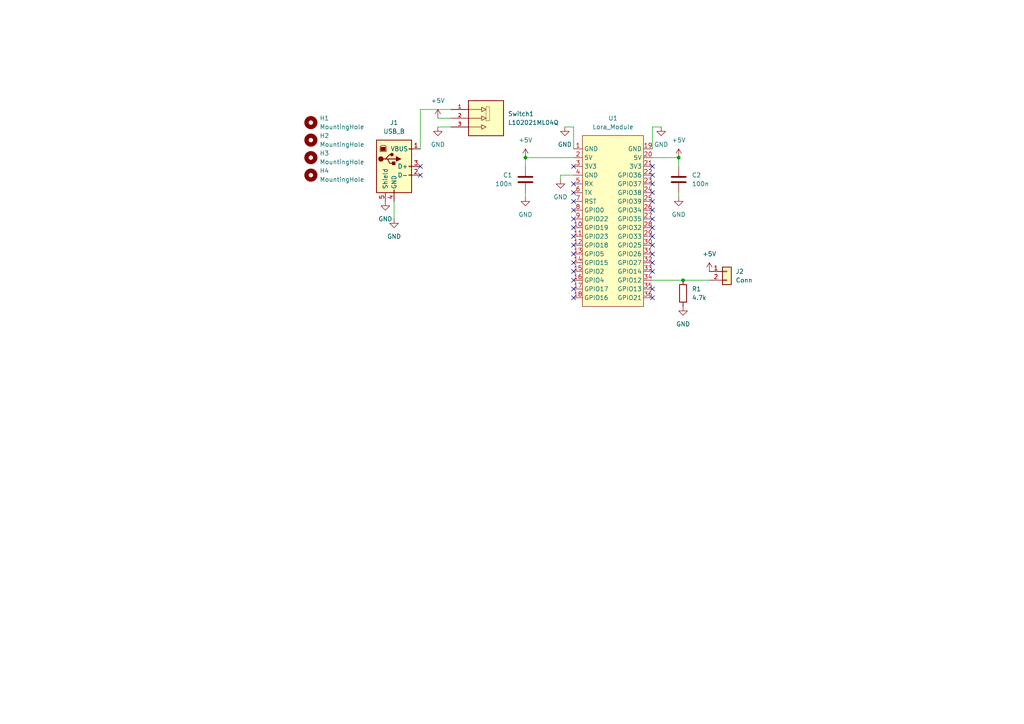
<source format=kicad_sch>
(kicad_sch (version 20211123) (generator eeschema)
  (paper "A4")
  (lib_symbols
    (symbol "Connector:USB_B" (pin_names (offset 1.016))
      (property "Reference" "J" (at -5.08 11.43 0))
      (property "Value" "USB_B" (at -5.08 8.89 0))
      (symbol "USB_B_0_1"
        (rectangle (start -5.08 -7.62) (end 5.08 7.62) (stroke (width 0.254)) (fill (type background)))
        (circle (center -3.81 2.159) (radius 0.635) (stroke (width 0.254)) (fill (type outline)))
        (rectangle (start -3.81 5.588) (end -2.54 4.572) (fill (type outline)))
        (circle (center -0.635 3.429) (radius 0.381) (stroke (width 0.254)) (fill (type outline)))
        (rectangle (start -0.127 -7.62) (end 0.127 -6.858))
        (polyline (pts (xy -1.905 2.159) (xy 0.635 2.159)) (stroke (width 0.254)))
        (polyline (pts (xy -3.175 2.159) (xy -2.54 2.159) (xy -1.27 3.429) (xy -0.635 3.429)) (stroke (width 0.254)))
        (polyline (pts (xy -2.54 2.159) (xy -1.905 2.159) (xy -1.27 0.889) (xy 0 0.889)) (stroke (width 0.254)))
        (polyline (pts (xy 0.635 2.794) (xy 0.635 1.524) (xy 1.905 2.159) (xy 0.635 2.794)) (stroke (width 0.254)) (fill (type outline)))
        (polyline (pts (xy -4.064 4.318) (xy -2.286 4.318) (xy -2.286 5.715) (xy -2.667 6.096) (xy -3.683 6.096) (xy -4.064 5.715) (xy -4.064 4.318)))
        (rectangle (start 0.254 1.27) (end -0.508 0.508) (stroke (width 0.254)) (fill (type outline)))
        (rectangle (start 5.08 -2.667) (end 4.318 -2.413))
        (rectangle (start 5.08 -0.127) (end 4.318 0.127))
        (rectangle (start 5.08 4.953) (end 4.318 5.207))
      )
      (symbol "USB_B_1_1"
        (pin power_out line (at 7.62 5.08 180) (length 2.54) (name "VBUS") (number "1"))
        (pin bidirectional line (at 7.62 -2.54 180) (length 2.54) (name "D-") (number "2"))
        (pin bidirectional line (at 7.62 0 180) (length 2.54) (name "D+") (number "3"))
        (pin power_out line (at 0 -10.16 90) (length 2.54) (name "GND") (number "4"))
        (pin passive line (at -2.54 -10.16 90) (length 2.54) (name "Shield") (number "5"))
      )
    )
    (symbol "Connector_Generic:Conn_01x02" (pin_names (offset 1.016) hide)
      (property "Reference" "J" (at 0 2.54 0))
      (property "Value" "Conn_01x02" (at 0 -5.08 0))
      (symbol "Conn_01x02_1_1"
        (rectangle (start -1.27 -2.413) (end 0 -2.667) (stroke (width 0.1524)))
        (rectangle (start -1.27 0.127) (end 0 -0.127) (stroke (width 0.1524)))
        (rectangle (start -1.27 1.27) (end 1.27 -3.81) (stroke (width 0.254)) (fill (type background)))
        (pin passive line (at -5.08 0 0) (length 3.81) (name "Pin_1") (number "1"))
        (pin passive line (at -5.08 -2.54 0) (length 3.81) (name "Pin_2") (number "2"))
      )
    )
    (symbol "Device:C" (pin_numbers hide) (pin_names (offset 0.254))
      (property "Reference" "C" (at 0.635 2.54 0))
      (property "Value" "C" (at 0.635 -2.54 0))
      (symbol "C_0_1"
        (polyline (pts (xy -2.032 -0.762) (xy 2.032 -0.762)) (stroke (width 0.508)))
        (polyline (pts (xy -2.032 0.762) (xy 2.032 0.762)) (stroke (width 0.508)))
      )
      (symbol "C_1_1"
        (pin passive line (at 0 3.81 270) (length 2.794) (name "~") (number "1"))
        (pin passive line (at 0 -3.81 90) (length 2.794) (name "~") (number "2"))
      )
    )
    (symbol "Device:R" (pin_numbers hide) (pin_names (offset 0))
      (property "Reference" "R" (at 2.032 0 90))
      (property "Value" "R" (at 0 0 90))
      (symbol "R_0_1"
        (rectangle (start -1.016 -2.54) (end 1.016 2.54) (stroke (width 0.254)))
      )
      (symbol "R_1_1"
        (pin passive line (at 0 3.81 270) (length 1.27) (name "~") (number "1"))
        (pin passive line (at 0 -3.81 90) (length 1.27) (name "~") (number "2"))
      )
    )
    (symbol "EStopTX_Lib:L102021ML04Q" (pin_names (offset 1.016) hide)
      (property "Reference" "S" (at -5.08 6.35 0))
      (property "Value" "L102021ML04Q" (at -5.08 -6.35 0))
      (symbol "L102021ML04Q_0_0"
        (rectangle (start -5.08 -5.08) (end 5.08 5.08) (stroke (width 0.254)) (fill (type background)))
        (polyline (pts (xy -5.08 -2.54) (xy -1.27 -2.54)) (stroke (width 0.1524)))
        (polyline (pts (xy -5.08 0) (xy -1.27 0)) (stroke (width 0.1524)))
        (polyline (pts (xy -5.08 2.54) (xy -1.27 2.54)) (stroke (width 0.1524)))
        (polyline (pts (xy -1.27 -1.905) (xy -1.27 -3.175) (xy 0 -2.54) (xy -1.27 -1.905)) (stroke (width 0.1524)) (fill (type background)))
        (polyline (pts (xy -1.27 0.635) (xy -1.27 -0.635) (xy 0 0) (xy -1.27 0.635)) (stroke (width 0.1524)) (fill (type background)))
        (polyline (pts (xy -1.27 3.175) (xy -1.27 1.905) (xy 0 2.54) (xy -1.27 3.175)) (stroke (width 0.1524)) (fill (type background)))
        (polyline (pts (xy 0 3.302) (xy 0 -0.762) (xy 1.016 -0.762) (xy 1.016 3.302) (xy 0 3.302)) (stroke (width 0.0254)) (fill (type background)))
        (pin passive line (at -10.16 2.54 0) (length 5.08) (name "~") (number "1"))
        (pin passive line (at -10.16 0 0) (length 5.08) (name "~") (number "2"))
        (pin passive line (at -10.16 -2.54 0) (length 5.08) (name "~") (number "3"))
      )
    )
    (symbol "EStopTX_Lib:Lora_Module"
      (property "Reference" "U" (at 0 31.75 0))
      (property "Value" "Lora_Module" (at 0 29.21 0))
      (symbol "Lora_Module_0_1"
        (rectangle (start -8.89 26.67) (end 8.89 -22.86) (fill (type background)))
      )
      (symbol "Lora_Module_1_1"
        (pin input line (at -11.43 22.86 0) (length 2.54) (name "GND") (number "1"))
        (pin input line (at -11.43 0 0) (length 2.54) (name "GPIO19") (number "10"))
        (pin input line (at -11.43 -2.54 0) (length 2.54) (name "GPIO23") (number "11"))
        (pin input line (at -11.43 -5.08 0) (length 2.54) (name "GPIO18") (number "12"))
        (pin input line (at -11.43 -7.62 0) (length 2.54) (name "GPIO5") (number "13"))
        (pin input line (at -11.43 -10.16 0) (length 2.54) (name "GPIO15") (number "14"))
        (pin input line (at -11.43 -12.7 0) (length 2.54) (name "GPIO2") (number "15"))
        (pin input line (at -11.43 -15.24 0) (length 2.54) (name "GPIO4") (number "16"))
        (pin input line (at -11.43 -17.78 0) (length 2.54) (name "GPIO17") (number "17"))
        (pin input line (at -11.43 -20.32 0) (length 2.54) (name "GPIO16") (number "18"))
        (pin input line (at 11.43 22.86 180) (length 2.54) (name "GND") (number "19"))
        (pin input line (at -11.43 20.32 0) (length 2.54) (name "5V") (number "2"))
        (pin input line (at 11.43 20.32 180) (length 2.54) (name "5V") (number "20"))
        (pin input line (at 11.43 17.78 180) (length 2.54) (name "3V3") (number "21"))
        (pin input line (at 11.43 15.24 180) (length 2.54) (name "GPIO36") (number "22"))
        (pin input line (at 11.43 12.7 180) (length 2.54) (name "GPIO37") (number "23"))
        (pin input line (at 11.43 10.16 180) (length 2.54) (name "GPIO38") (number "24"))
        (pin input line (at 11.43 7.62 180) (length 2.54) (name "GPIO39") (number "25"))
        (pin input line (at 11.43 5.08 180) (length 2.54) (name "GPIO34") (number "26"))
        (pin input line (at 11.43 2.54 180) (length 2.54) (name "GPIO35") (number "27"))
        (pin input line (at 11.43 0 180) (length 2.54) (name "GPIO32") (number "28"))
        (pin input line (at 11.43 -2.54 180) (length 2.54) (name "GPIO33") (number "29"))
        (pin input line (at -11.43 17.78 0) (length 2.54) (name "3V3") (number "3"))
        (pin input line (at 11.43 -5.08 180) (length 2.54) (name "GPIO25") (number "30"))
        (pin input line (at 11.43 -7.62 180) (length 2.54) (name "GPIO26") (number "31"))
        (pin input line (at 11.43 -10.16 180) (length 2.54) (name "GPIO27") (number "32"))
        (pin input line (at 11.43 -12.7 180) (length 2.54) (name "GPIO14") (number "33"))
        (pin input line (at 11.43 -15.24 180) (length 2.54) (name "GPIO12") (number "34"))
        (pin input line (at 11.43 -17.78 180) (length 2.54) (name "GPIO13") (number "35"))
        (pin input line (at 11.43 -20.32 180) (length 2.54) (name "GPIO21") (number "36"))
        (pin input line (at -11.43 15.24 0) (length 2.54) (name "GND") (number "4"))
        (pin input line (at -11.43 12.7 0) (length 2.54) (name "RX") (number "5"))
        (pin input line (at -11.43 10.16 0) (length 2.54) (name "TX") (number "6"))
        (pin input line (at -11.43 7.62 0) (length 2.54) (name "RST") (number "7"))
        (pin input line (at -11.43 5.08 0) (length 2.54) (name "GPIO0") (number "8"))
        (pin input line (at -11.43 2.54 0) (length 2.54) (name "GPIO22") (number "9"))
      )
    )
    (symbol "Mechanical:MountingHole" (pin_names (offset 1.016))
      (property "Reference" "H" (at 0 5.08 0))
      (property "Value" "MountingHole" (at 0 3.175 0))
      (symbol "MountingHole_0_1"
        (circle (center 0 0) (radius 1.27) (stroke (width 1.27)))
      )
    )
    (symbol "power:+5V" (power) (pin_names (offset 0))
      (property "Value" "+5V" (at 0 3.556 0))
      (symbol "+5V_0_1"
        (polyline (pts (xy -0.762 1.27) (xy 0 2.54)))
        (polyline (pts (xy 0 0) (xy 0 2.54)))
        (polyline (pts (xy 0 2.54) (xy 0.762 1.27)))
      )
      (symbol "+5V_1_1"
        (pin power_in line (at 0 0 90) (length 0) hide (name "+5V") (number "1"))
      )
    )
    (symbol "power:GND" (power) (pin_names (offset 0))
      (property "Value" "GND" (at 0 -3.81 0))
      (symbol "GND_0_1"
        (polyline (pts (xy 0 0) (xy 0 -1.27) (xy 1.27 -1.27) (xy 0 -2.54) (xy -1.27 -1.27) (xy 0 -1.27)))
      )
      (symbol "GND_1_1"
        (pin power_in line (at 0 0 270) (length 0) hide (name "GND") (number "1"))
      )
    )
  )
  (junction (at 198.12 81.28))
  (junction (at 152.4 45.72))
  (junction (at 196.85 45.72))
  (no_connect (at 189.23 83.82))
  (no_connect (at 189.23 55.88))
  (no_connect (at 189.23 71.12))
  (no_connect (at 166.37 60.96))
  (no_connect (at 189.23 68.58))
  (no_connect (at 189.23 60.96))
  (no_connect (at 166.37 53.34))
  (no_connect (at 189.23 48.26))
  (no_connect (at 166.37 48.26))
  (no_connect (at 166.37 73.66))
  (no_connect (at 166.37 71.12))
  (no_connect (at 166.37 78.74))
  (no_connect (at 189.23 73.66))
  (no_connect (at 166.37 66.04))
  (no_connect (at 189.23 78.74))
  (no_connect (at 189.23 58.42))
  (no_connect (at 189.23 50.8))
  (no_connect (at 166.37 55.88))
  (no_connect (at 189.23 76.2))
  (no_connect (at 166.37 58.42))
  (no_connect (at 189.23 66.04))
  (no_connect (at 166.37 68.58))
  (no_connect (at 121.92 48.26))
  (no_connect (at 166.37 86.36))
  (no_connect (at 189.23 86.36))
  (no_connect (at 189.23 63.5))
  (no_connect (at 166.37 76.2))
  (no_connect (at 166.37 63.5))
  (no_connect (at 189.23 53.34))
  (no_connect (at 166.37 81.28))
  (no_connect (at 166.37 83.82))
  (no_connect (at 121.92 50.8))
  (wire (pts (xy 162.56 50.8) (xy 162.56 52.07)))
  (wire (pts (xy 114.3 58.42) (xy 114.3 63.5)))
  (wire (pts (xy 166.37 50.8) (xy 162.56 50.8)))
  (wire (pts (xy 121.92 43.18) (xy 121.92 31.75)))
  (wire (pts (xy 152.4 45.72) (xy 152.4 48.26)))
  (wire (pts (xy 127 36.83) (xy 130.81 36.83)))
  (wire (pts (xy 196.85 57.15) (xy 196.85 55.88)))
  (wire (pts (xy 152.4 57.15) (xy 152.4 55.88)))
  (wire (pts (xy 189.23 81.28) (xy 198.12 81.28)))
  (wire (pts (xy 189.23 45.72) (xy 196.85 45.72)))
  (wire (pts (xy 196.85 45.72) (xy 196.85 48.26)))
  (wire (pts (xy 163.83 36.83) (xy 166.37 36.83)))
  (wire (pts (xy 189.23 43.18) (xy 189.23 36.83)))
  (wire (pts (xy 189.23 36.83) (xy 191.77 36.83)))
  (wire (pts (xy 166.37 36.83) (xy 166.37 43.18)))
  (wire (pts (xy 121.92 31.75) (xy 130.81 31.75)))
  (wire (pts (xy 127 34.29) (xy 130.81 34.29)))
  (wire (pts (xy 198.12 81.28) (xy 205.74 81.28)))
  (wire (pts (xy 152.4 45.72) (xy 166.37 45.72)))
  (symbol (lib_id "Mechanical:MountingHole") (at 90.17 35.56 0) (unit 1)
    (property "Reference" "H1" (at 92.71 34.2899 0) (effects (justify left)))
    (property "Value" "MountingHole" (at 92.71 36.8299 0) (effects (justify left)))
    (property "Footprint" "MountingHole:MountingHole_3.2mm_M3_Pad_Via" (effects hide))
  )
  (symbol (lib_id "power:+5V") (at 152.4 45.72 0) (unit 1)
    (property "Reference" "#PWR0102" (effects hide))
    (property "Value" "+5V" (at 152.4 40.64 0))
  )
  (symbol (lib_id "power:+5V") (at 127 34.29 0) (unit 1)
    (property "Reference" "#PWR0103" (effects hide))
    (property "Value" "+5V" (at 127 29.21 0))
  )
  (symbol (lib_id "power:+5V") (at 196.85 45.72 0) (unit 1)
    (property "Reference" "#PWR0107" (effects hide))
    (property "Value" "+5V" (at 196.85 40.64 0))
  )
  (symbol (lib_id "EStopTX_Lib:L102021ML04Q") (at 140.97 34.29 0) (unit 1)
    (property "Reference" "Switch1" (at 147.32 33.0199 0) (effects (justify left)))
    (property "Value" "L102021ML04Q" (at 147.32 35.5599 0) (effects (justify left)))
    (property "Footprint" "EStopFootprints:SW_L102021ML04Q" (effects hide))
    (property "Availability" "In Stock" (effects hide))
    (property "Price" "None" (effects hide))
    (property "MF" "C&K" (effects hide))
    (property "Description" "\\nSlide Switch SPDT Through Hole, Right Angle\\n" (effects hide))
    (property "Package" "None" (effects hide))
    (property "MP" "L102021ML04Q" (effects hide))
  )
  (symbol (lib_id "Mechanical:MountingHole") (at 90.17 50.8 0) (unit 1)
    (property "Reference" "H4" (at 92.71 49.5299 0) (effects (justify left)))
    (property "Value" "MountingHole" (at 92.71 52.0699 0) (effects (justify left)))
    (property "Footprint" "MountingHole:MountingHole_3.2mm_M3_Pad_Via" (effects hide))
  )
  (symbol (lib_id "power:GND") (at 152.4 57.15 0) (unit 1)
    (property "Reference" "#PWR0112" (effects hide))
    (property "Value" "GND" (at 152.4 62.23 0))
  )
  (symbol (lib_id "power:GND") (at 127 36.83 0) (unit 1)
    (property "Reference" "#PWR0113" (effects hide))
    (property "Value" "GND" (at 127 41.91 0))
  )
  (symbol (lib_id "power:GND") (at 114.3 63.5 0) (unit 1)
    (property "Reference" "#PWR0104" (effects hide))
    (property "Value" "GND" (at 114.3 68.58 0))
  )
  (symbol (lib_id "Connector:USB_B") (at 114.3 48.26 0) (unit 1)
    (property "Reference" "J1" (at 114.3 35.56 0))
    (property "Value" "USB_B" (at 114.3 38.1 0))
    (property "Footprint" "Connector_USB:USB_B_OST_USB-B1HSxx_Horizontal" (effects hide))
    (property "Datasheet" " ~" (effects hide))
  )
  (symbol (lib_id "EStopTX_Lib:Lora_Module") (at 177.8 66.04 0) (unit 1)
    (property "Reference" "U1" (at 177.8 34.29 0))
    (property "Value" "Lora_Module" (at 177.8 36.83 0))
    (property "Footprint" "EStopFootprints:Lora_Module" (effects hide))
  )
  (symbol (lib_id "Device:R") (at 198.12 85.09 0) (unit 1)
    (property "Reference" "R1" (at 200.66 83.8199 0) (effects (justify left)))
    (property "Value" "4.7k" (at 200.66 86.3599 0) (effects (justify left)))
    (property "Footprint" "Resistor_THT:R_Axial_DIN0207_L6.3mm_D2.5mm_P10.16mm_Horizontal" (effects hide))
  )
  (symbol (lib_id "power:GND") (at 196.85 57.15 0) (unit 1)
    (property "Reference" "#PWR0109" (effects hide))
    (property "Value" "GND" (at 196.85 62.23 0))
  )
  (symbol (lib_id "power:GND") (at 163.83 36.83 0) (unit 1)
    (property "Reference" "#PWR0101" (effects hide))
    (property "Value" "GND" (at 163.83 41.91 0))
  )
  (symbol (lib_id "Device:C") (at 196.85 52.07 0) (unit 1)
    (property "Reference" "C2" (at 200.66 50.7999 0) (effects (justify left)))
    (property "Value" "100n" (at 200.66 53.3399 0) (effects (justify left)))
    (property "Footprint" "Capacitor_THT:C_Disc_D3.8mm_W2.6mm_P2.50mm" (effects hide))
    (property "Datasheet" "https://www.vishay.com/docs/45171/kseries.pdf" (effects hide))
    (property "Digikey" "BC1084CT-ND" (effects hide))
  )
  (symbol (lib_id "power:GND") (at 162.56 52.07 0) (unit 1)
    (property "Reference" "#PWR0106" (effects hide))
    (property "Value" "GND" (at 162.56 57.15 0))
  )
  (symbol (lib_id "power:GND") (at 198.12 88.9 0) (unit 1)
    (property "Reference" "#PWR0110" (effects hide))
    (property "Value" "GND" (at 198.12 93.98 0))
  )
  (symbol (lib_id "Connector_Generic:Conn_01x02") (at 210.82 78.74 0) (unit 1)
    (property "Reference" "J2" (at 213.36 78.7399 0) (effects (justify left)))
    (property "Value" "Conn" (at 213.36 81.2799 0) (effects (justify left)))
    (property "Footprint" "Connector_Molex:Molex_Micro-Fit_3.0_43650-0200_1x02_P3.00mm_Horizontal" (effects hide))
  )
  (symbol (lib_id "power:GND") (at 111.76 58.42 0) (unit 1)
    (property "Reference" "#PWR0105" (effects hide))
    (property "Value" "GND" (at 111.76 63.5 0))
  )
  (symbol (lib_id "power:GND") (at 191.77 36.83 0) (unit 1)
    (property "Reference" "#PWR0108" (effects hide))
    (property "Value" "GND" (at 191.77 41.91 0))
  )
  (symbol (lib_id "Device:C") (at 152.4 52.07 0) (mirror x) (unit 1)
    (property "Reference" "C1" (at 148.59 50.7999 0) (effects (justify right)))
    (property "Value" "100n" (at 148.59 53.3399 0) (effects (justify right)))
    (property "Footprint" "Capacitor_THT:C_Disc_D3.8mm_W2.6mm_P2.50mm" (effects hide))
    (property "Datasheet" "https://www.vishay.com/docs/45171/kseries.pdf" (effects hide))
    (property "Digikey" "BC1084CT-ND" (effects hide))
  )
  (symbol (lib_id "Mechanical:MountingHole") (at 90.17 45.72 0) (unit 1)
    (property "Reference" "H3" (at 92.71 44.4499 0) (effects (justify left)))
    (property "Value" "MountingHole" (at 92.71 46.9899 0) (effects (justify left)))
    (property "Footprint" "MountingHole:MountingHole_3.2mm_M3_Pad_Via" (effects hide))
  )
  (symbol (lib_id "Mechanical:MountingHole") (at 90.17 40.64 0) (unit 1)
    (property "Reference" "H2" (at 92.71 39.3699 0) (effects (justify left)))
    (property "Value" "MountingHole" (at 92.71 41.9099 0) (effects (justify left)))
    (property "Footprint" "MountingHole:MountingHole_3.2mm_M3_Pad_Via" (effects hide))
  )
  (symbol (lib_id "power:+5V") (at 205.74 78.74 0) (unit 1)
    (property "Reference" "#PWR0111" (effects hide))
    (property "Value" "+5V" (at 205.74 73.66 0))
  )
)
</source>
